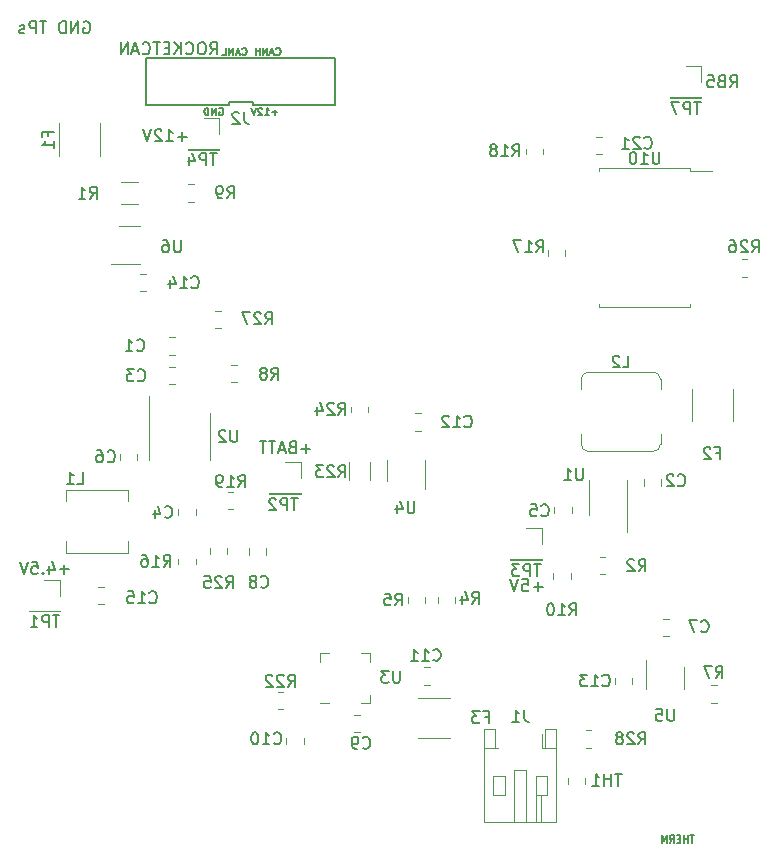
<source format=gbr>
%TF.GenerationSoftware,KiCad,Pcbnew,(6.0.9-0)*%
%TF.CreationDate,2022-12-17T09:56:30-08:00*%
%TF.ProjectId,GrandPapa_Board,4772616e-6450-4617-9061-5f426f617264,rev?*%
%TF.SameCoordinates,Original*%
%TF.FileFunction,Legend,Bot*%
%TF.FilePolarity,Positive*%
%FSLAX46Y46*%
G04 Gerber Fmt 4.6, Leading zero omitted, Abs format (unit mm)*
G04 Created by KiCad (PCBNEW (6.0.9-0)) date 2022-12-17 09:56:30*
%MOMM*%
%LPD*%
G01*
G04 APERTURE LIST*
%ADD10C,0.150000*%
%ADD11C,0.120000*%
G04 APERTURE END LIST*
D10*
X146623000Y-64146085D02*
X146651571Y-64174657D01*
X146737285Y-64203228D01*
X146794428Y-64203228D01*
X146880142Y-64174657D01*
X146937285Y-64117514D01*
X146965857Y-64060371D01*
X146994428Y-63946085D01*
X146994428Y-63860371D01*
X146965857Y-63746085D01*
X146937285Y-63688942D01*
X146880142Y-63631800D01*
X146794428Y-63603228D01*
X146737285Y-63603228D01*
X146651571Y-63631800D01*
X146623000Y-63660371D01*
X146394428Y-64031800D02*
X146108714Y-64031800D01*
X146451571Y-64203228D02*
X146251571Y-63603228D01*
X146051571Y-64203228D01*
X145851571Y-64203228D02*
X145851571Y-63603228D01*
X145508714Y-64203228D01*
X145508714Y-63603228D01*
X145223000Y-64203228D02*
X145223000Y-63603228D01*
X145223000Y-63888942D02*
X144880142Y-63888942D01*
X144880142Y-64203228D02*
X144880142Y-63603228D01*
X185061119Y-66924180D02*
X185394452Y-66447990D01*
X185632547Y-66924180D02*
X185632547Y-65924180D01*
X185251595Y-65924180D01*
X185156357Y-65971800D01*
X185108738Y-66019419D01*
X185061119Y-66114657D01*
X185061119Y-66257514D01*
X185108738Y-66352752D01*
X185156357Y-66400371D01*
X185251595Y-66447990D01*
X185632547Y-66447990D01*
X184299214Y-66400371D02*
X184156357Y-66447990D01*
X184108738Y-66495609D01*
X184061119Y-66590847D01*
X184061119Y-66733704D01*
X184108738Y-66828942D01*
X184156357Y-66876561D01*
X184251595Y-66924180D01*
X184632547Y-66924180D01*
X184632547Y-65924180D01*
X184299214Y-65924180D01*
X184203976Y-65971800D01*
X184156357Y-66019419D01*
X184108738Y-66114657D01*
X184108738Y-66209895D01*
X184156357Y-66305133D01*
X184203976Y-66352752D01*
X184299214Y-66400371D01*
X184632547Y-66400371D01*
X183156357Y-65924180D02*
X183632547Y-65924180D01*
X183680166Y-66400371D01*
X183632547Y-66352752D01*
X183537309Y-66305133D01*
X183299214Y-66305133D01*
X183203976Y-66352752D01*
X183156357Y-66400371D01*
X183108738Y-66495609D01*
X183108738Y-66733704D01*
X183156357Y-66828942D01*
X183203976Y-66876561D01*
X183299214Y-66924180D01*
X183537309Y-66924180D01*
X183632547Y-66876561D01*
X183680166Y-66828942D01*
X139048904Y-71115228D02*
X138287000Y-71115228D01*
X138667952Y-71496180D02*
X138667952Y-70734276D01*
X137287000Y-71496180D02*
X137858428Y-71496180D01*
X137572714Y-71496180D02*
X137572714Y-70496180D01*
X137667952Y-70639038D01*
X137763190Y-70734276D01*
X137858428Y-70781895D01*
X136906047Y-70591419D02*
X136858428Y-70543800D01*
X136763190Y-70496180D01*
X136525095Y-70496180D01*
X136429857Y-70543800D01*
X136382238Y-70591419D01*
X136334619Y-70686657D01*
X136334619Y-70781895D01*
X136382238Y-70924752D01*
X136953666Y-71496180D01*
X136334619Y-71496180D01*
X136048904Y-70496180D02*
X135715571Y-71496180D01*
X135382238Y-70496180D01*
X182009598Y-130275895D02*
X181666740Y-130275895D01*
X181838169Y-130875895D02*
X181838169Y-130275895D01*
X181466740Y-130875895D02*
X181466740Y-130275895D01*
X181466740Y-130561609D02*
X181123883Y-130561609D01*
X181123883Y-130875895D02*
X181123883Y-130275895D01*
X180838169Y-130561609D02*
X180638169Y-130561609D01*
X180552455Y-130875895D02*
X180838169Y-130875895D01*
X180838169Y-130275895D01*
X180552455Y-130275895D01*
X179952455Y-130875895D02*
X180152455Y-130590181D01*
X180295312Y-130875895D02*
X180295312Y-130275895D01*
X180066740Y-130275895D01*
X180009598Y-130304467D01*
X179981026Y-130333038D01*
X179952455Y-130390181D01*
X179952455Y-130475895D01*
X179981026Y-130533038D01*
X180009598Y-130561609D01*
X180066740Y-130590181D01*
X180295312Y-130590181D01*
X179695312Y-130875895D02*
X179695312Y-130275895D01*
X179495312Y-130704467D01*
X179295312Y-130275895D01*
X179295312Y-130875895D01*
X141808142Y-68711800D02*
X141865285Y-68683228D01*
X141951000Y-68683228D01*
X142036714Y-68711800D01*
X142093857Y-68768942D01*
X142122428Y-68826085D01*
X142151000Y-68940371D01*
X142151000Y-69026085D01*
X142122428Y-69140371D01*
X142093857Y-69197514D01*
X142036714Y-69254657D01*
X141951000Y-69283228D01*
X141893857Y-69283228D01*
X141808142Y-69254657D01*
X141779571Y-69226085D01*
X141779571Y-69026085D01*
X141893857Y-69026085D01*
X141522428Y-69283228D02*
X141522428Y-68683228D01*
X141179571Y-69283228D01*
X141179571Y-68683228D01*
X140893857Y-69283228D02*
X140893857Y-68683228D01*
X140751000Y-68683228D01*
X140665285Y-68711800D01*
X140608142Y-68768942D01*
X140579571Y-68826085D01*
X140551000Y-68940371D01*
X140551000Y-69026085D01*
X140579571Y-69140371D01*
X140608142Y-69197514D01*
X140665285Y-69254657D01*
X140751000Y-69283228D01*
X140893857Y-69283228D01*
X146726142Y-69054657D02*
X146269000Y-69054657D01*
X146497571Y-69283228D02*
X146497571Y-68826085D01*
X145669000Y-69283228D02*
X146011857Y-69283228D01*
X145840428Y-69283228D02*
X145840428Y-68683228D01*
X145897571Y-68768942D01*
X145954714Y-68826085D01*
X146011857Y-68854657D01*
X145440428Y-68740371D02*
X145411857Y-68711800D01*
X145354714Y-68683228D01*
X145211857Y-68683228D01*
X145154714Y-68711800D01*
X145126142Y-68740371D01*
X145097571Y-68797514D01*
X145097571Y-68854657D01*
X145126142Y-68940371D01*
X145469000Y-69283228D01*
X145097571Y-69283228D01*
X144926142Y-68683228D02*
X144726142Y-69283228D01*
X144526142Y-68683228D01*
X169179714Y-109215228D02*
X168417809Y-109215228D01*
X168798761Y-109596180D02*
X168798761Y-108834276D01*
X167465428Y-108596180D02*
X167941619Y-108596180D01*
X167989238Y-109072371D01*
X167941619Y-109024752D01*
X167846380Y-108977133D01*
X167608285Y-108977133D01*
X167513047Y-109024752D01*
X167465428Y-109072371D01*
X167417809Y-109167609D01*
X167417809Y-109405704D01*
X167465428Y-109500942D01*
X167513047Y-109548561D01*
X167608285Y-109596180D01*
X167846380Y-109596180D01*
X167941619Y-109548561D01*
X167989238Y-109500942D01*
X167132095Y-108596180D02*
X166798761Y-109596180D01*
X166465428Y-108596180D01*
X129076200Y-107742028D02*
X128314295Y-107742028D01*
X128695247Y-108122980D02*
X128695247Y-107361076D01*
X127409533Y-107456314D02*
X127409533Y-108122980D01*
X127647628Y-107075361D02*
X127885723Y-107789647D01*
X127266676Y-107789647D01*
X126885723Y-108027742D02*
X126838104Y-108075361D01*
X126885723Y-108122980D01*
X126933342Y-108075361D01*
X126885723Y-108027742D01*
X126885723Y-108122980D01*
X125933342Y-107122980D02*
X126409533Y-107122980D01*
X126457152Y-107599171D01*
X126409533Y-107551552D01*
X126314295Y-107503933D01*
X126076200Y-107503933D01*
X125980961Y-107551552D01*
X125933342Y-107599171D01*
X125885723Y-107694409D01*
X125885723Y-107932504D01*
X125933342Y-108027742D01*
X125980961Y-108075361D01*
X126076200Y-108122980D01*
X126314295Y-108122980D01*
X126409533Y-108075361D01*
X126457152Y-108027742D01*
X125600009Y-107122980D02*
X125266676Y-108122980D01*
X124933342Y-107122980D01*
X130317571Y-61399800D02*
X130412809Y-61352180D01*
X130555666Y-61352180D01*
X130698523Y-61399800D01*
X130793761Y-61495038D01*
X130841380Y-61590276D01*
X130889000Y-61780752D01*
X130889000Y-61923609D01*
X130841380Y-62114085D01*
X130793761Y-62209323D01*
X130698523Y-62304561D01*
X130555666Y-62352180D01*
X130460428Y-62352180D01*
X130317571Y-62304561D01*
X130269952Y-62256942D01*
X130269952Y-61923609D01*
X130460428Y-61923609D01*
X129841380Y-62352180D02*
X129841380Y-61352180D01*
X129269952Y-62352180D01*
X129269952Y-61352180D01*
X128793761Y-62352180D02*
X128793761Y-61352180D01*
X128555666Y-61352180D01*
X128412809Y-61399800D01*
X128317571Y-61495038D01*
X128269952Y-61590276D01*
X128222333Y-61780752D01*
X128222333Y-61923609D01*
X128269952Y-62114085D01*
X128317571Y-62209323D01*
X128412809Y-62304561D01*
X128555666Y-62352180D01*
X128793761Y-62352180D01*
X127174714Y-61352180D02*
X126603285Y-61352180D01*
X126889000Y-62352180D02*
X126889000Y-61352180D01*
X126269952Y-62352180D02*
X126269952Y-61352180D01*
X125889000Y-61352180D01*
X125793761Y-61399800D01*
X125746142Y-61447419D01*
X125698523Y-61542657D01*
X125698523Y-61685514D01*
X125746142Y-61780752D01*
X125793761Y-61828371D01*
X125889000Y-61875990D01*
X126269952Y-61875990D01*
X125317571Y-62304561D02*
X125222333Y-62352180D01*
X125031857Y-62352180D01*
X124936619Y-62304561D01*
X124889000Y-62209323D01*
X124889000Y-62161704D01*
X124936619Y-62066466D01*
X125031857Y-62018847D01*
X125174714Y-62018847D01*
X125269952Y-61971228D01*
X125317571Y-61875990D01*
X125317571Y-61828371D01*
X125269952Y-61733133D01*
X125174714Y-61685514D01*
X125031857Y-61685514D01*
X124936619Y-61733133D01*
X143757571Y-64146085D02*
X143786142Y-64174657D01*
X143871857Y-64203228D01*
X143929000Y-64203228D01*
X144014714Y-64174657D01*
X144071857Y-64117514D01*
X144100428Y-64060371D01*
X144129000Y-63946085D01*
X144129000Y-63860371D01*
X144100428Y-63746085D01*
X144071857Y-63688942D01*
X144014714Y-63631800D01*
X143929000Y-63603228D01*
X143871857Y-63603228D01*
X143786142Y-63631800D01*
X143757571Y-63660371D01*
X143529000Y-64031800D02*
X143243285Y-64031800D01*
X143586142Y-64203228D02*
X143386142Y-63603228D01*
X143186142Y-64203228D01*
X142986142Y-64203228D02*
X142986142Y-63603228D01*
X142643285Y-64203228D01*
X142643285Y-63603228D01*
X142071857Y-64203228D02*
X142357571Y-64203228D01*
X142357571Y-63603228D01*
X141041000Y-64130180D02*
X141374333Y-63653990D01*
X141612428Y-64130180D02*
X141612428Y-63130180D01*
X141231476Y-63130180D01*
X141136238Y-63177800D01*
X141088619Y-63225419D01*
X141041000Y-63320657D01*
X141041000Y-63463514D01*
X141088619Y-63558752D01*
X141136238Y-63606371D01*
X141231476Y-63653990D01*
X141612428Y-63653990D01*
X140421952Y-63130180D02*
X140231476Y-63130180D01*
X140136238Y-63177800D01*
X140041000Y-63273038D01*
X139993380Y-63463514D01*
X139993380Y-63796847D01*
X140041000Y-63987323D01*
X140136238Y-64082561D01*
X140231476Y-64130180D01*
X140421952Y-64130180D01*
X140517190Y-64082561D01*
X140612428Y-63987323D01*
X140660047Y-63796847D01*
X140660047Y-63463514D01*
X140612428Y-63273038D01*
X140517190Y-63177800D01*
X140421952Y-63130180D01*
X138993380Y-64034942D02*
X139041000Y-64082561D01*
X139183857Y-64130180D01*
X139279095Y-64130180D01*
X139421952Y-64082561D01*
X139517190Y-63987323D01*
X139564809Y-63892085D01*
X139612428Y-63701609D01*
X139612428Y-63558752D01*
X139564809Y-63368276D01*
X139517190Y-63273038D01*
X139421952Y-63177800D01*
X139279095Y-63130180D01*
X139183857Y-63130180D01*
X139041000Y-63177800D01*
X138993380Y-63225419D01*
X138564809Y-64130180D02*
X138564809Y-63130180D01*
X137993380Y-64130180D02*
X138421952Y-63558752D01*
X137993380Y-63130180D02*
X138564809Y-63701609D01*
X137564809Y-63606371D02*
X137231476Y-63606371D01*
X137088619Y-64130180D02*
X137564809Y-64130180D01*
X137564809Y-63130180D01*
X137088619Y-63130180D01*
X136802904Y-63130180D02*
X136231476Y-63130180D01*
X136517190Y-64130180D02*
X136517190Y-63130180D01*
X135326714Y-64034942D02*
X135374333Y-64082561D01*
X135517190Y-64130180D01*
X135612428Y-64130180D01*
X135755285Y-64082561D01*
X135850523Y-63987323D01*
X135898142Y-63892085D01*
X135945761Y-63701609D01*
X135945761Y-63558752D01*
X135898142Y-63368276D01*
X135850523Y-63273038D01*
X135755285Y-63177800D01*
X135612428Y-63130180D01*
X135517190Y-63130180D01*
X135374333Y-63177800D01*
X135326714Y-63225419D01*
X134945761Y-63844466D02*
X134469571Y-63844466D01*
X135041000Y-64130180D02*
X134707666Y-63130180D01*
X134374333Y-64130180D01*
X134041000Y-64130180D02*
X134041000Y-63130180D01*
X133469571Y-64130180D01*
X133469571Y-63130180D01*
X149518428Y-97531228D02*
X148756523Y-97531228D01*
X149137476Y-97912180D02*
X149137476Y-97150276D01*
X147947000Y-97388371D02*
X147804142Y-97435990D01*
X147756523Y-97483609D01*
X147708904Y-97578847D01*
X147708904Y-97721704D01*
X147756523Y-97816942D01*
X147804142Y-97864561D01*
X147899380Y-97912180D01*
X148280333Y-97912180D01*
X148280333Y-96912180D01*
X147947000Y-96912180D01*
X147851761Y-96959800D01*
X147804142Y-97007419D01*
X147756523Y-97102657D01*
X147756523Y-97197895D01*
X147804142Y-97293133D01*
X147851761Y-97340752D01*
X147947000Y-97388371D01*
X148280333Y-97388371D01*
X147327952Y-97626466D02*
X146851761Y-97626466D01*
X147423190Y-97912180D02*
X147089857Y-96912180D01*
X146756523Y-97912180D01*
X146566047Y-96912180D02*
X145994619Y-96912180D01*
X146280333Y-97912180D02*
X146280333Y-96912180D01*
X145804142Y-96912180D02*
X145232714Y-96912180D01*
X145518428Y-97912180D02*
X145518428Y-96912180D01*
%TO.C,C2*%
X180633666Y-100610942D02*
X180681285Y-100658561D01*
X180824142Y-100706180D01*
X180919380Y-100706180D01*
X181062238Y-100658561D01*
X181157476Y-100563323D01*
X181205095Y-100468085D01*
X181252714Y-100277609D01*
X181252714Y-100134752D01*
X181205095Y-99944276D01*
X181157476Y-99849038D01*
X181062238Y-99753800D01*
X180919380Y-99706180D01*
X180824142Y-99706180D01*
X180681285Y-99753800D01*
X180633666Y-99801419D01*
X180252714Y-99801419D02*
X180205095Y-99753800D01*
X180109857Y-99706180D01*
X179871761Y-99706180D01*
X179776523Y-99753800D01*
X179728904Y-99801419D01*
X179681285Y-99896657D01*
X179681285Y-99991895D01*
X179728904Y-100134752D01*
X180300333Y-100706180D01*
X179681285Y-100706180D01*
%TO.C,R16*%
X137106857Y-107524180D02*
X137440190Y-107047990D01*
X137678285Y-107524180D02*
X137678285Y-106524180D01*
X137297333Y-106524180D01*
X137202095Y-106571800D01*
X137154476Y-106619419D01*
X137106857Y-106714657D01*
X137106857Y-106857514D01*
X137154476Y-106952752D01*
X137202095Y-107000371D01*
X137297333Y-107047990D01*
X137678285Y-107047990D01*
X136154476Y-107524180D02*
X136725904Y-107524180D01*
X136440190Y-107524180D02*
X136440190Y-106524180D01*
X136535428Y-106667038D01*
X136630666Y-106762276D01*
X136725904Y-106809895D01*
X135297333Y-106524180D02*
X135487809Y-106524180D01*
X135583047Y-106571800D01*
X135630666Y-106619419D01*
X135725904Y-106762276D01*
X135773523Y-106952752D01*
X135773523Y-107333704D01*
X135725904Y-107428942D01*
X135678285Y-107476561D01*
X135583047Y-107524180D01*
X135392571Y-107524180D01*
X135297333Y-107476561D01*
X135249714Y-107428942D01*
X135202095Y-107333704D01*
X135202095Y-107095609D01*
X135249714Y-107000371D01*
X135297333Y-106952752D01*
X135392571Y-106905133D01*
X135583047Y-106905133D01*
X135678285Y-106952752D01*
X135725904Y-107000371D01*
X135773523Y-107095609D01*
%TO.C,U3*%
X157098904Y-116343180D02*
X157098904Y-117152704D01*
X157051285Y-117247942D01*
X157003666Y-117295561D01*
X156908428Y-117343180D01*
X156717952Y-117343180D01*
X156622714Y-117295561D01*
X156575095Y-117247942D01*
X156527476Y-117152704D01*
X156527476Y-116343180D01*
X156146523Y-116343180D02*
X155527476Y-116343180D01*
X155860809Y-116724133D01*
X155717952Y-116724133D01*
X155622714Y-116771752D01*
X155575095Y-116819371D01*
X155527476Y-116914609D01*
X155527476Y-117152704D01*
X155575095Y-117247942D01*
X155622714Y-117295561D01*
X155717952Y-117343180D01*
X156003666Y-117343180D01*
X156098904Y-117295561D01*
X156146523Y-117247942D01*
%TO.C,C8*%
X145330666Y-109203942D02*
X145378285Y-109251561D01*
X145521142Y-109299180D01*
X145616380Y-109299180D01*
X145759238Y-109251561D01*
X145854476Y-109156323D01*
X145902095Y-109061085D01*
X145949714Y-108870609D01*
X145949714Y-108727752D01*
X145902095Y-108537276D01*
X145854476Y-108442038D01*
X145759238Y-108346800D01*
X145616380Y-108299180D01*
X145521142Y-108299180D01*
X145378285Y-108346800D01*
X145330666Y-108394419D01*
X144759238Y-108727752D02*
X144854476Y-108680133D01*
X144902095Y-108632514D01*
X144949714Y-108537276D01*
X144949714Y-108489657D01*
X144902095Y-108394419D01*
X144854476Y-108346800D01*
X144759238Y-108299180D01*
X144568761Y-108299180D01*
X144473523Y-108346800D01*
X144425904Y-108394419D01*
X144378285Y-108489657D01*
X144378285Y-108537276D01*
X144425904Y-108632514D01*
X144473523Y-108680133D01*
X144568761Y-108727752D01*
X144759238Y-108727752D01*
X144854476Y-108775371D01*
X144902095Y-108822990D01*
X144949714Y-108918228D01*
X144949714Y-109108704D01*
X144902095Y-109203942D01*
X144854476Y-109251561D01*
X144759238Y-109299180D01*
X144568761Y-109299180D01*
X144473523Y-109251561D01*
X144425904Y-109203942D01*
X144378285Y-109108704D01*
X144378285Y-108918228D01*
X144425904Y-108822990D01*
X144473523Y-108775371D01*
X144568761Y-108727752D01*
%TO.C,R18*%
X166631857Y-72766180D02*
X166965190Y-72289990D01*
X167203285Y-72766180D02*
X167203285Y-71766180D01*
X166822333Y-71766180D01*
X166727095Y-71813800D01*
X166679476Y-71861419D01*
X166631857Y-71956657D01*
X166631857Y-72099514D01*
X166679476Y-72194752D01*
X166727095Y-72242371D01*
X166822333Y-72289990D01*
X167203285Y-72289990D01*
X165679476Y-72766180D02*
X166250904Y-72766180D01*
X165965190Y-72766180D02*
X165965190Y-71766180D01*
X166060428Y-71909038D01*
X166155666Y-72004276D01*
X166250904Y-72051895D01*
X165108047Y-72194752D02*
X165203285Y-72147133D01*
X165250904Y-72099514D01*
X165298523Y-72004276D01*
X165298523Y-71956657D01*
X165250904Y-71861419D01*
X165203285Y-71813800D01*
X165108047Y-71766180D01*
X164917571Y-71766180D01*
X164822333Y-71813800D01*
X164774714Y-71861419D01*
X164727095Y-71956657D01*
X164727095Y-72004276D01*
X164774714Y-72099514D01*
X164822333Y-72147133D01*
X164917571Y-72194752D01*
X165108047Y-72194752D01*
X165203285Y-72242371D01*
X165250904Y-72289990D01*
X165298523Y-72385228D01*
X165298523Y-72575704D01*
X165250904Y-72670942D01*
X165203285Y-72718561D01*
X165108047Y-72766180D01*
X164917571Y-72766180D01*
X164822333Y-72718561D01*
X164774714Y-72670942D01*
X164727095Y-72575704D01*
X164727095Y-72385228D01*
X164774714Y-72289990D01*
X164822333Y-72242371D01*
X164917571Y-72194752D01*
%TO.C,U1*%
X172592904Y-99198180D02*
X172592904Y-100007704D01*
X172545285Y-100102942D01*
X172497666Y-100150561D01*
X172402428Y-100198180D01*
X172211952Y-100198180D01*
X172116714Y-100150561D01*
X172069095Y-100102942D01*
X172021476Y-100007704D01*
X172021476Y-99198180D01*
X171021476Y-100198180D02*
X171592904Y-100198180D01*
X171307190Y-100198180D02*
X171307190Y-99198180D01*
X171402428Y-99341038D01*
X171497666Y-99436276D01*
X171592904Y-99483895D01*
%TO.C,R1*%
X130849666Y-76362380D02*
X131183000Y-75886190D01*
X131421095Y-76362380D02*
X131421095Y-75362380D01*
X131040142Y-75362380D01*
X130944904Y-75410000D01*
X130897285Y-75457619D01*
X130849666Y-75552857D01*
X130849666Y-75695714D01*
X130897285Y-75790952D01*
X130944904Y-75838571D01*
X131040142Y-75886190D01*
X131421095Y-75886190D01*
X129897285Y-76362380D02*
X130468714Y-76362380D01*
X130183000Y-76362380D02*
X130183000Y-75362380D01*
X130278238Y-75505238D01*
X130373476Y-75600476D01*
X130468714Y-75648095D01*
%TO.C,TP1*%
X128261904Y-111644180D02*
X127690476Y-111644180D01*
X127976190Y-112644180D02*
X127976190Y-111644180D01*
X127357142Y-112644180D02*
X127357142Y-111644180D01*
X126976190Y-111644180D01*
X126880952Y-111691800D01*
X126833333Y-111739419D01*
X126785714Y-111834657D01*
X126785714Y-111977514D01*
X126833333Y-112072752D01*
X126880952Y-112120371D01*
X126976190Y-112167990D01*
X127357142Y-112167990D01*
X125833333Y-112644180D02*
X126404761Y-112644180D01*
X126119047Y-112644180D02*
X126119047Y-111644180D01*
X126214285Y-111787038D01*
X126309523Y-111882276D01*
X126404761Y-111929895D01*
%TO.C,R8*%
X146223366Y-91672580D02*
X146556700Y-91196390D01*
X146794795Y-91672580D02*
X146794795Y-90672580D01*
X146413842Y-90672580D01*
X146318604Y-90720200D01*
X146270985Y-90767819D01*
X146223366Y-90863057D01*
X146223366Y-91005914D01*
X146270985Y-91101152D01*
X146318604Y-91148771D01*
X146413842Y-91196390D01*
X146794795Y-91196390D01*
X145651938Y-91101152D02*
X145747176Y-91053533D01*
X145794795Y-91005914D01*
X145842414Y-90910676D01*
X145842414Y-90863057D01*
X145794795Y-90767819D01*
X145747176Y-90720200D01*
X145651938Y-90672580D01*
X145461461Y-90672580D01*
X145366223Y-90720200D01*
X145318604Y-90767819D01*
X145270985Y-90863057D01*
X145270985Y-90910676D01*
X145318604Y-91005914D01*
X145366223Y-91053533D01*
X145461461Y-91101152D01*
X145651938Y-91101152D01*
X145747176Y-91148771D01*
X145794795Y-91196390D01*
X145842414Y-91291628D01*
X145842414Y-91482104D01*
X145794795Y-91577342D01*
X145747176Y-91624961D01*
X145651938Y-91672580D01*
X145461461Y-91672580D01*
X145366223Y-91624961D01*
X145318604Y-91577342D01*
X145270985Y-91482104D01*
X145270985Y-91291628D01*
X145318604Y-91196390D01*
X145366223Y-91148771D01*
X145461461Y-91101152D01*
%TO.C,TP2*%
X148454904Y-101738180D02*
X147883476Y-101738180D01*
X148169190Y-102738180D02*
X148169190Y-101738180D01*
X147550142Y-102738180D02*
X147550142Y-101738180D01*
X147169190Y-101738180D01*
X147073952Y-101785800D01*
X147026333Y-101833419D01*
X146978714Y-101928657D01*
X146978714Y-102071514D01*
X147026333Y-102166752D01*
X147073952Y-102214371D01*
X147169190Y-102261990D01*
X147550142Y-102261990D01*
X146597761Y-101833419D02*
X146550142Y-101785800D01*
X146454904Y-101738180D01*
X146216809Y-101738180D01*
X146121571Y-101785800D01*
X146073952Y-101833419D01*
X146026333Y-101928657D01*
X146026333Y-102023895D01*
X146073952Y-102166752D01*
X146645380Y-102738180D01*
X146026333Y-102738180D01*
%TO.C,C12*%
X162567857Y-95628942D02*
X162615476Y-95676561D01*
X162758333Y-95724180D01*
X162853571Y-95724180D01*
X162996428Y-95676561D01*
X163091666Y-95581323D01*
X163139285Y-95486085D01*
X163186904Y-95295609D01*
X163186904Y-95152752D01*
X163139285Y-94962276D01*
X163091666Y-94867038D01*
X162996428Y-94771800D01*
X162853571Y-94724180D01*
X162758333Y-94724180D01*
X162615476Y-94771800D01*
X162567857Y-94819419D01*
X161615476Y-95724180D02*
X162186904Y-95724180D01*
X161901190Y-95724180D02*
X161901190Y-94724180D01*
X161996428Y-94867038D01*
X162091666Y-94962276D01*
X162186904Y-95009895D01*
X161234523Y-94819419D02*
X161186904Y-94771800D01*
X161091666Y-94724180D01*
X160853571Y-94724180D01*
X160758333Y-94771800D01*
X160710714Y-94819419D01*
X160663095Y-94914657D01*
X160663095Y-95009895D01*
X160710714Y-95152752D01*
X161282142Y-95724180D01*
X160663095Y-95724180D01*
%TO.C,C11*%
X159928374Y-115408678D02*
X159975993Y-115456297D01*
X160118850Y-115503916D01*
X160214088Y-115503916D01*
X160356945Y-115456297D01*
X160452183Y-115361059D01*
X160499802Y-115265821D01*
X160547421Y-115075345D01*
X160547421Y-114932488D01*
X160499802Y-114742012D01*
X160452183Y-114646774D01*
X160356945Y-114551536D01*
X160214088Y-114503916D01*
X160118850Y-114503916D01*
X159975993Y-114551536D01*
X159928374Y-114599155D01*
X158975993Y-115503916D02*
X159547421Y-115503916D01*
X159261707Y-115503916D02*
X159261707Y-114503916D01*
X159356945Y-114646774D01*
X159452183Y-114742012D01*
X159547421Y-114789631D01*
X158023612Y-115503916D02*
X158595040Y-115503916D01*
X158309326Y-115503916D02*
X158309326Y-114503916D01*
X158404564Y-114646774D01*
X158499802Y-114742012D01*
X158595040Y-114789631D01*
%TO.C,U2*%
X143323604Y-95949180D02*
X143323604Y-96758704D01*
X143275985Y-96853942D01*
X143228366Y-96901561D01*
X143133128Y-96949180D01*
X142942652Y-96949180D01*
X142847414Y-96901561D01*
X142799795Y-96853942D01*
X142752176Y-96758704D01*
X142752176Y-95949180D01*
X142323604Y-96044419D02*
X142275985Y-95996800D01*
X142180747Y-95949180D01*
X141942652Y-95949180D01*
X141847414Y-95996800D01*
X141799795Y-96044419D01*
X141752176Y-96139657D01*
X141752176Y-96234895D01*
X141799795Y-96377752D01*
X142371223Y-96949180D01*
X141752176Y-96949180D01*
%TO.C,C6*%
X132349866Y-98578942D02*
X132397485Y-98626561D01*
X132540342Y-98674180D01*
X132635580Y-98674180D01*
X132778438Y-98626561D01*
X132873676Y-98531323D01*
X132921295Y-98436085D01*
X132968914Y-98245609D01*
X132968914Y-98102752D01*
X132921295Y-97912276D01*
X132873676Y-97817038D01*
X132778438Y-97721800D01*
X132635580Y-97674180D01*
X132540342Y-97674180D01*
X132397485Y-97721800D01*
X132349866Y-97769419D01*
X131492723Y-97674180D02*
X131683200Y-97674180D01*
X131778438Y-97721800D01*
X131826057Y-97769419D01*
X131921295Y-97912276D01*
X131968914Y-98102752D01*
X131968914Y-98483704D01*
X131921295Y-98578942D01*
X131873676Y-98626561D01*
X131778438Y-98674180D01*
X131587961Y-98674180D01*
X131492723Y-98626561D01*
X131445104Y-98578942D01*
X131397485Y-98483704D01*
X131397485Y-98245609D01*
X131445104Y-98150371D01*
X131492723Y-98102752D01*
X131587961Y-98055133D01*
X131778438Y-98055133D01*
X131873676Y-98102752D01*
X131921295Y-98150371D01*
X131968914Y-98245609D01*
%TO.C,R24*%
X151899857Y-94649180D02*
X152233190Y-94172990D01*
X152471285Y-94649180D02*
X152471285Y-93649180D01*
X152090333Y-93649180D01*
X151995095Y-93696800D01*
X151947476Y-93744419D01*
X151899857Y-93839657D01*
X151899857Y-93982514D01*
X151947476Y-94077752D01*
X151995095Y-94125371D01*
X152090333Y-94172990D01*
X152471285Y-94172990D01*
X151518904Y-93744419D02*
X151471285Y-93696800D01*
X151376047Y-93649180D01*
X151137952Y-93649180D01*
X151042714Y-93696800D01*
X150995095Y-93744419D01*
X150947476Y-93839657D01*
X150947476Y-93934895D01*
X150995095Y-94077752D01*
X151566523Y-94649180D01*
X150947476Y-94649180D01*
X150090333Y-93982514D02*
X150090333Y-94649180D01*
X150328428Y-93601561D02*
X150566523Y-94315847D01*
X149947476Y-94315847D01*
%TO.C,C4*%
X137199666Y-103306010D02*
X137247285Y-103353629D01*
X137390142Y-103401248D01*
X137485380Y-103401248D01*
X137628238Y-103353629D01*
X137723476Y-103258391D01*
X137771095Y-103163153D01*
X137818714Y-102972677D01*
X137818714Y-102829820D01*
X137771095Y-102639344D01*
X137723476Y-102544106D01*
X137628238Y-102448868D01*
X137485380Y-102401248D01*
X137390142Y-102401248D01*
X137247285Y-102448868D01*
X137199666Y-102496487D01*
X136342523Y-102734582D02*
X136342523Y-103401248D01*
X136580619Y-102353629D02*
X136818714Y-103067915D01*
X136199666Y-103067915D01*
%TO.C,F1*%
X127267571Y-71038466D02*
X127267571Y-70705133D01*
X127791380Y-70705133D02*
X126791380Y-70705133D01*
X126791380Y-71181323D01*
X127791380Y-72086085D02*
X127791380Y-71514657D01*
X127791380Y-71800371D02*
X126791380Y-71800371D01*
X126934238Y-71705133D01*
X127029476Y-71609895D01*
X127077095Y-71514657D01*
%TO.C,F2*%
X183872333Y-97900371D02*
X184205666Y-97900371D01*
X184205666Y-98424180D02*
X184205666Y-97424180D01*
X183729476Y-97424180D01*
X183396142Y-97519419D02*
X183348523Y-97471800D01*
X183253285Y-97424180D01*
X183015190Y-97424180D01*
X182919952Y-97471800D01*
X182872333Y-97519419D01*
X182824714Y-97614657D01*
X182824714Y-97709895D01*
X182872333Y-97852752D01*
X183443761Y-98424180D01*
X182824714Y-98424180D01*
%TO.C,C1*%
X134839962Y-89173103D02*
X134887581Y-89220722D01*
X135030438Y-89268341D01*
X135125676Y-89268341D01*
X135268534Y-89220722D01*
X135363772Y-89125484D01*
X135411391Y-89030246D01*
X135459010Y-88839770D01*
X135459010Y-88696913D01*
X135411391Y-88506437D01*
X135363772Y-88411199D01*
X135268534Y-88315961D01*
X135125676Y-88268341D01*
X135030438Y-88268341D01*
X134887581Y-88315961D01*
X134839962Y-88363580D01*
X133887581Y-89268341D02*
X134459010Y-89268341D01*
X134173296Y-89268341D02*
X134173296Y-88268341D01*
X134268534Y-88411199D01*
X134363772Y-88506437D01*
X134459010Y-88554056D01*
%TO.C,R10*%
X171457857Y-111628180D02*
X171791190Y-111151990D01*
X172029285Y-111628180D02*
X172029285Y-110628180D01*
X171648333Y-110628180D01*
X171553095Y-110675800D01*
X171505476Y-110723419D01*
X171457857Y-110818657D01*
X171457857Y-110961514D01*
X171505476Y-111056752D01*
X171553095Y-111104371D01*
X171648333Y-111151990D01*
X172029285Y-111151990D01*
X170505476Y-111628180D02*
X171076904Y-111628180D01*
X170791190Y-111628180D02*
X170791190Y-110628180D01*
X170886428Y-110771038D01*
X170981666Y-110866276D01*
X171076904Y-110913895D01*
X169886428Y-110628180D02*
X169791190Y-110628180D01*
X169695952Y-110675800D01*
X169648333Y-110723419D01*
X169600714Y-110818657D01*
X169553095Y-111009133D01*
X169553095Y-111247228D01*
X169600714Y-111437704D01*
X169648333Y-111532942D01*
X169695952Y-111580561D01*
X169791190Y-111628180D01*
X169886428Y-111628180D01*
X169981666Y-111580561D01*
X170029285Y-111532942D01*
X170076904Y-111437704D01*
X170124523Y-111247228D01*
X170124523Y-111009133D01*
X170076904Y-110818657D01*
X170029285Y-110723419D01*
X169981666Y-110675800D01*
X169886428Y-110628180D01*
%TO.C,R5*%
X156705666Y-110799180D02*
X157039000Y-110322990D01*
X157277095Y-110799180D02*
X157277095Y-109799180D01*
X156896142Y-109799180D01*
X156800904Y-109846800D01*
X156753285Y-109894419D01*
X156705666Y-109989657D01*
X156705666Y-110132514D01*
X156753285Y-110227752D01*
X156800904Y-110275371D01*
X156896142Y-110322990D01*
X157277095Y-110322990D01*
X155800904Y-109799180D02*
X156277095Y-109799180D01*
X156324714Y-110275371D01*
X156277095Y-110227752D01*
X156181857Y-110180133D01*
X155943761Y-110180133D01*
X155848523Y-110227752D01*
X155800904Y-110275371D01*
X155753285Y-110370609D01*
X155753285Y-110608704D01*
X155800904Y-110703942D01*
X155848523Y-110751561D01*
X155943761Y-110799180D01*
X156181857Y-110799180D01*
X156277095Y-110751561D01*
X156324714Y-110703942D01*
%TO.C,R28*%
X177299857Y-122550180D02*
X177633190Y-122073990D01*
X177871285Y-122550180D02*
X177871285Y-121550180D01*
X177490333Y-121550180D01*
X177395095Y-121597800D01*
X177347476Y-121645419D01*
X177299857Y-121740657D01*
X177299857Y-121883514D01*
X177347476Y-121978752D01*
X177395095Y-122026371D01*
X177490333Y-122073990D01*
X177871285Y-122073990D01*
X176918904Y-121645419D02*
X176871285Y-121597800D01*
X176776047Y-121550180D01*
X176537952Y-121550180D01*
X176442714Y-121597800D01*
X176395095Y-121645419D01*
X176347476Y-121740657D01*
X176347476Y-121835895D01*
X176395095Y-121978752D01*
X176966523Y-122550180D01*
X176347476Y-122550180D01*
X175776047Y-121978752D02*
X175871285Y-121931133D01*
X175918904Y-121883514D01*
X175966523Y-121788276D01*
X175966523Y-121740657D01*
X175918904Y-121645419D01*
X175871285Y-121597800D01*
X175776047Y-121550180D01*
X175585571Y-121550180D01*
X175490333Y-121597800D01*
X175442714Y-121645419D01*
X175395095Y-121740657D01*
X175395095Y-121788276D01*
X175442714Y-121883514D01*
X175490333Y-121931133D01*
X175585571Y-121978752D01*
X175776047Y-121978752D01*
X175871285Y-122026371D01*
X175918904Y-122073990D01*
X175966523Y-122169228D01*
X175966523Y-122359704D01*
X175918904Y-122454942D01*
X175871285Y-122502561D01*
X175776047Y-122550180D01*
X175585571Y-122550180D01*
X175490333Y-122502561D01*
X175442714Y-122454942D01*
X175395095Y-122359704D01*
X175395095Y-122169228D01*
X175442714Y-122073990D01*
X175490333Y-122026371D01*
X175585571Y-121978752D01*
%TO.C,L2*%
X175975666Y-90654180D02*
X176451857Y-90654180D01*
X176451857Y-89654180D01*
X175689952Y-89749419D02*
X175642333Y-89701800D01*
X175547095Y-89654180D01*
X175309000Y-89654180D01*
X175213761Y-89701800D01*
X175166142Y-89749419D01*
X175118523Y-89844657D01*
X175118523Y-89939895D01*
X175166142Y-90082752D01*
X175737571Y-90654180D01*
X175118523Y-90654180D01*
%TO.C,L1*%
X129761666Y-100510180D02*
X130237857Y-100510180D01*
X130237857Y-99510180D01*
X128904523Y-100510180D02*
X129475952Y-100510180D01*
X129190238Y-100510180D02*
X129190238Y-99510180D01*
X129285476Y-99653038D01*
X129380714Y-99748276D01*
X129475952Y-99795895D01*
%TO.C,U5*%
X180325904Y-119574180D02*
X180325904Y-120383704D01*
X180278285Y-120478942D01*
X180230666Y-120526561D01*
X180135428Y-120574180D01*
X179944952Y-120574180D01*
X179849714Y-120526561D01*
X179802095Y-120478942D01*
X179754476Y-120383704D01*
X179754476Y-119574180D01*
X178802095Y-119574180D02*
X179278285Y-119574180D01*
X179325904Y-120050371D01*
X179278285Y-120002752D01*
X179183047Y-119955133D01*
X178944952Y-119955133D01*
X178849714Y-120002752D01*
X178802095Y-120050371D01*
X178754476Y-120145609D01*
X178754476Y-120383704D01*
X178802095Y-120478942D01*
X178849714Y-120526561D01*
X178944952Y-120574180D01*
X179183047Y-120574180D01*
X179278285Y-120526561D01*
X179325904Y-120478942D01*
%TO.C,C14*%
X139453857Y-83846942D02*
X139501476Y-83894561D01*
X139644333Y-83942180D01*
X139739571Y-83942180D01*
X139882428Y-83894561D01*
X139977666Y-83799323D01*
X140025285Y-83704085D01*
X140072904Y-83513609D01*
X140072904Y-83370752D01*
X140025285Y-83180276D01*
X139977666Y-83085038D01*
X139882428Y-82989800D01*
X139739571Y-82942180D01*
X139644333Y-82942180D01*
X139501476Y-82989800D01*
X139453857Y-83037419D01*
X138501476Y-83942180D02*
X139072904Y-83942180D01*
X138787190Y-83942180D02*
X138787190Y-82942180D01*
X138882428Y-83085038D01*
X138977666Y-83180276D01*
X139072904Y-83227895D01*
X137644333Y-83275514D02*
X137644333Y-83942180D01*
X137882428Y-82894561D02*
X138120523Y-83608847D01*
X137501476Y-83608847D01*
%TO.C,C3*%
X134913666Y-91720942D02*
X134961285Y-91768561D01*
X135104142Y-91816180D01*
X135199380Y-91816180D01*
X135342238Y-91768561D01*
X135437476Y-91673323D01*
X135485095Y-91578085D01*
X135532714Y-91387609D01*
X135532714Y-91244752D01*
X135485095Y-91054276D01*
X135437476Y-90959038D01*
X135342238Y-90863800D01*
X135199380Y-90816180D01*
X135104142Y-90816180D01*
X134961285Y-90863800D01*
X134913666Y-90911419D01*
X134580333Y-90816180D02*
X133961285Y-90816180D01*
X134294619Y-91197133D01*
X134151761Y-91197133D01*
X134056523Y-91244752D01*
X134008904Y-91292371D01*
X133961285Y-91387609D01*
X133961285Y-91625704D01*
X134008904Y-91720942D01*
X134056523Y-91768561D01*
X134151761Y-91816180D01*
X134437476Y-91816180D01*
X134532714Y-91768561D01*
X134580333Y-91720942D01*
%TO.C,R9*%
X142498666Y-76320180D02*
X142832000Y-75843990D01*
X143070095Y-76320180D02*
X143070095Y-75320180D01*
X142689142Y-75320180D01*
X142593904Y-75367800D01*
X142546285Y-75415419D01*
X142498666Y-75510657D01*
X142498666Y-75653514D01*
X142546285Y-75748752D01*
X142593904Y-75796371D01*
X142689142Y-75843990D01*
X143070095Y-75843990D01*
X142022476Y-76320180D02*
X141832000Y-76320180D01*
X141736761Y-76272561D01*
X141689142Y-76224942D01*
X141593904Y-76082085D01*
X141546285Y-75891609D01*
X141546285Y-75510657D01*
X141593904Y-75415419D01*
X141641523Y-75367800D01*
X141736761Y-75320180D01*
X141927238Y-75320180D01*
X142022476Y-75367800D01*
X142070095Y-75415419D01*
X142117714Y-75510657D01*
X142117714Y-75748752D01*
X142070095Y-75843990D01*
X142022476Y-75891609D01*
X141927238Y-75939228D01*
X141736761Y-75939228D01*
X141641523Y-75891609D01*
X141593904Y-75843990D01*
X141546285Y-75748752D01*
%TO.C,C9*%
X153963666Y-122835942D02*
X154011285Y-122883561D01*
X154154142Y-122931180D01*
X154249380Y-122931180D01*
X154392238Y-122883561D01*
X154487476Y-122788323D01*
X154535095Y-122693085D01*
X154582714Y-122502609D01*
X154582714Y-122359752D01*
X154535095Y-122169276D01*
X154487476Y-122074038D01*
X154392238Y-121978800D01*
X154249380Y-121931180D01*
X154154142Y-121931180D01*
X154011285Y-121978800D01*
X153963666Y-122026419D01*
X153487476Y-122931180D02*
X153297000Y-122931180D01*
X153201761Y-122883561D01*
X153154142Y-122835942D01*
X153058904Y-122693085D01*
X153011285Y-122502609D01*
X153011285Y-122121657D01*
X153058904Y-122026419D01*
X153106523Y-121978800D01*
X153201761Y-121931180D01*
X153392238Y-121931180D01*
X153487476Y-121978800D01*
X153535095Y-122026419D01*
X153582714Y-122121657D01*
X153582714Y-122359752D01*
X153535095Y-122454990D01*
X153487476Y-122502609D01*
X153392238Y-122550228D01*
X153201761Y-122550228D01*
X153106523Y-122502609D01*
X153058904Y-122454990D01*
X153011285Y-122359752D01*
%TO.C,R25*%
X142406857Y-109324180D02*
X142740190Y-108847990D01*
X142978285Y-109324180D02*
X142978285Y-108324180D01*
X142597333Y-108324180D01*
X142502095Y-108371800D01*
X142454476Y-108419419D01*
X142406857Y-108514657D01*
X142406857Y-108657514D01*
X142454476Y-108752752D01*
X142502095Y-108800371D01*
X142597333Y-108847990D01*
X142978285Y-108847990D01*
X142025904Y-108419419D02*
X141978285Y-108371800D01*
X141883047Y-108324180D01*
X141644952Y-108324180D01*
X141549714Y-108371800D01*
X141502095Y-108419419D01*
X141454476Y-108514657D01*
X141454476Y-108609895D01*
X141502095Y-108752752D01*
X142073523Y-109324180D01*
X141454476Y-109324180D01*
X140549714Y-108324180D02*
X141025904Y-108324180D01*
X141073523Y-108800371D01*
X141025904Y-108752752D01*
X140930666Y-108705133D01*
X140692571Y-108705133D01*
X140597333Y-108752752D01*
X140549714Y-108800371D01*
X140502095Y-108895609D01*
X140502095Y-109133704D01*
X140549714Y-109228942D01*
X140597333Y-109276561D01*
X140692571Y-109324180D01*
X140930666Y-109324180D01*
X141025904Y-109276561D01*
X141073523Y-109228942D01*
%TO.C,R27*%
X145703557Y-86992380D02*
X146036890Y-86516190D01*
X146274985Y-86992380D02*
X146274985Y-85992380D01*
X145894033Y-85992380D01*
X145798795Y-86040000D01*
X145751176Y-86087619D01*
X145703557Y-86182857D01*
X145703557Y-86325714D01*
X145751176Y-86420952D01*
X145798795Y-86468571D01*
X145894033Y-86516190D01*
X146274985Y-86516190D01*
X145322604Y-86087619D02*
X145274985Y-86040000D01*
X145179747Y-85992380D01*
X144941652Y-85992380D01*
X144846414Y-86040000D01*
X144798795Y-86087619D01*
X144751176Y-86182857D01*
X144751176Y-86278095D01*
X144798795Y-86420952D01*
X145370223Y-86992380D01*
X144751176Y-86992380D01*
X144417842Y-85992380D02*
X143751176Y-85992380D01*
X144179747Y-86992380D01*
%TO.C,R7*%
X183830666Y-116924180D02*
X184164000Y-116447990D01*
X184402095Y-116924180D02*
X184402095Y-115924180D01*
X184021142Y-115924180D01*
X183925904Y-115971800D01*
X183878285Y-116019419D01*
X183830666Y-116114657D01*
X183830666Y-116257514D01*
X183878285Y-116352752D01*
X183925904Y-116400371D01*
X184021142Y-116447990D01*
X184402095Y-116447990D01*
X183497333Y-115924180D02*
X182830666Y-115924180D01*
X183259238Y-116924180D01*
%TO.C,U4*%
X158325504Y-101992180D02*
X158325504Y-102801704D01*
X158277885Y-102896942D01*
X158230266Y-102944561D01*
X158135028Y-102992180D01*
X157944552Y-102992180D01*
X157849314Y-102944561D01*
X157801695Y-102896942D01*
X157754076Y-102801704D01*
X157754076Y-101992180D01*
X156849314Y-102325514D02*
X156849314Y-102992180D01*
X157087409Y-101944561D02*
X157325504Y-102658847D01*
X156706457Y-102658847D01*
%TO.C,TP7*%
X182558666Y-68210180D02*
X181987238Y-68210180D01*
X182272952Y-69210180D02*
X182272952Y-68210180D01*
X181653904Y-69210180D02*
X181653904Y-68210180D01*
X181272952Y-68210180D01*
X181177714Y-68257800D01*
X181130095Y-68305419D01*
X181082476Y-68400657D01*
X181082476Y-68543514D01*
X181130095Y-68638752D01*
X181177714Y-68686371D01*
X181272952Y-68733990D01*
X181653904Y-68733990D01*
X180749142Y-68210180D02*
X180082476Y-68210180D01*
X180511047Y-69210180D01*
%TO.C,U10*%
X179077095Y-72414180D02*
X179077095Y-73223704D01*
X179029476Y-73318942D01*
X178981857Y-73366561D01*
X178886619Y-73414180D01*
X178696142Y-73414180D01*
X178600904Y-73366561D01*
X178553285Y-73318942D01*
X178505666Y-73223704D01*
X178505666Y-72414180D01*
X177505666Y-73414180D02*
X178077095Y-73414180D01*
X177791380Y-73414180D02*
X177791380Y-72414180D01*
X177886619Y-72557038D01*
X177981857Y-72652276D01*
X178077095Y-72699895D01*
X176886619Y-72414180D02*
X176791380Y-72414180D01*
X176696142Y-72461800D01*
X176648523Y-72509419D01*
X176600904Y-72604657D01*
X176553285Y-72795133D01*
X176553285Y-73033228D01*
X176600904Y-73223704D01*
X176648523Y-73318942D01*
X176696142Y-73366561D01*
X176791380Y-73414180D01*
X176886619Y-73414180D01*
X176981857Y-73366561D01*
X177029476Y-73318942D01*
X177077095Y-73223704D01*
X177124714Y-73033228D01*
X177124714Y-72795133D01*
X177077095Y-72604657D01*
X177029476Y-72509419D01*
X176981857Y-72461800D01*
X176886619Y-72414180D01*
%TO.C,R26*%
X186896857Y-80894180D02*
X187230190Y-80417990D01*
X187468285Y-80894180D02*
X187468285Y-79894180D01*
X187087333Y-79894180D01*
X186992095Y-79941800D01*
X186944476Y-79989419D01*
X186896857Y-80084657D01*
X186896857Y-80227514D01*
X186944476Y-80322752D01*
X186992095Y-80370371D01*
X187087333Y-80417990D01*
X187468285Y-80417990D01*
X186515904Y-79989419D02*
X186468285Y-79941800D01*
X186373047Y-79894180D01*
X186134952Y-79894180D01*
X186039714Y-79941800D01*
X185992095Y-79989419D01*
X185944476Y-80084657D01*
X185944476Y-80179895D01*
X185992095Y-80322752D01*
X186563523Y-80894180D01*
X185944476Y-80894180D01*
X185087333Y-79894180D02*
X185277809Y-79894180D01*
X185373047Y-79941800D01*
X185420666Y-79989419D01*
X185515904Y-80132276D01*
X185563523Y-80322752D01*
X185563523Y-80703704D01*
X185515904Y-80798942D01*
X185468285Y-80846561D01*
X185373047Y-80894180D01*
X185182571Y-80894180D01*
X185087333Y-80846561D01*
X185039714Y-80798942D01*
X184992095Y-80703704D01*
X184992095Y-80465609D01*
X185039714Y-80370371D01*
X185087333Y-80322752D01*
X185182571Y-80275133D01*
X185373047Y-80275133D01*
X185468285Y-80322752D01*
X185515904Y-80370371D01*
X185563523Y-80465609D01*
%TO.C,R17*%
X168663857Y-80894180D02*
X168997190Y-80417990D01*
X169235285Y-80894180D02*
X169235285Y-79894180D01*
X168854333Y-79894180D01*
X168759095Y-79941800D01*
X168711476Y-79989419D01*
X168663857Y-80084657D01*
X168663857Y-80227514D01*
X168711476Y-80322752D01*
X168759095Y-80370371D01*
X168854333Y-80417990D01*
X169235285Y-80417990D01*
X167711476Y-80894180D02*
X168282904Y-80894180D01*
X167997190Y-80894180D02*
X167997190Y-79894180D01*
X168092428Y-80037038D01*
X168187666Y-80132276D01*
X168282904Y-80179895D01*
X167378142Y-79894180D02*
X166711476Y-79894180D01*
X167140047Y-80894180D01*
%TO.C,J1*%
X167622333Y-119649180D02*
X167622333Y-120363466D01*
X167669952Y-120506323D01*
X167765190Y-120601561D01*
X167908047Y-120649180D01*
X168003285Y-120649180D01*
X166622333Y-120649180D02*
X167193761Y-120649180D01*
X166908047Y-120649180D02*
X166908047Y-119649180D01*
X167003285Y-119792038D01*
X167098523Y-119887276D01*
X167193761Y-119934895D01*
%TO.C,U6*%
X138556904Y-79894180D02*
X138556904Y-80703704D01*
X138509285Y-80798942D01*
X138461666Y-80846561D01*
X138366428Y-80894180D01*
X138175952Y-80894180D01*
X138080714Y-80846561D01*
X138033095Y-80798942D01*
X137985476Y-80703704D01*
X137985476Y-79894180D01*
X137080714Y-79894180D02*
X137271190Y-79894180D01*
X137366428Y-79941800D01*
X137414047Y-79989419D01*
X137509285Y-80132276D01*
X137556904Y-80322752D01*
X137556904Y-80703704D01*
X137509285Y-80798942D01*
X137461666Y-80846561D01*
X137366428Y-80894180D01*
X137175952Y-80894180D01*
X137080714Y-80846561D01*
X137033095Y-80798942D01*
X136985476Y-80703704D01*
X136985476Y-80465609D01*
X137033095Y-80370371D01*
X137080714Y-80322752D01*
X137175952Y-80275133D01*
X137366428Y-80275133D01*
X137461666Y-80322752D01*
X137509285Y-80370371D01*
X137556904Y-80465609D01*
%TO.C,C5*%
X169076666Y-103150942D02*
X169124285Y-103198561D01*
X169267142Y-103246180D01*
X169362380Y-103246180D01*
X169505238Y-103198561D01*
X169600476Y-103103323D01*
X169648095Y-103008085D01*
X169695714Y-102817609D01*
X169695714Y-102674752D01*
X169648095Y-102484276D01*
X169600476Y-102389038D01*
X169505238Y-102293800D01*
X169362380Y-102246180D01*
X169267142Y-102246180D01*
X169124285Y-102293800D01*
X169076666Y-102341419D01*
X168171904Y-102246180D02*
X168648095Y-102246180D01*
X168695714Y-102722371D01*
X168648095Y-102674752D01*
X168552857Y-102627133D01*
X168314761Y-102627133D01*
X168219523Y-102674752D01*
X168171904Y-102722371D01*
X168124285Y-102817609D01*
X168124285Y-103055704D01*
X168171904Y-103150942D01*
X168219523Y-103198561D01*
X168314761Y-103246180D01*
X168552857Y-103246180D01*
X168648095Y-103198561D01*
X168695714Y-103150942D01*
%TO.C,TP3*%
X169028904Y-107326180D02*
X168457476Y-107326180D01*
X168743190Y-108326180D02*
X168743190Y-107326180D01*
X168124142Y-108326180D02*
X168124142Y-107326180D01*
X167743190Y-107326180D01*
X167647952Y-107373800D01*
X167600333Y-107421419D01*
X167552714Y-107516657D01*
X167552714Y-107659514D01*
X167600333Y-107754752D01*
X167647952Y-107802371D01*
X167743190Y-107849990D01*
X168124142Y-107849990D01*
X167219380Y-107326180D02*
X166600333Y-107326180D01*
X166933666Y-107707133D01*
X166790809Y-107707133D01*
X166695571Y-107754752D01*
X166647952Y-107802371D01*
X166600333Y-107897609D01*
X166600333Y-108135704D01*
X166647952Y-108230942D01*
X166695571Y-108278561D01*
X166790809Y-108326180D01*
X167076523Y-108326180D01*
X167171761Y-108278561D01*
X167219380Y-108230942D01*
%TO.C,TP4*%
X141596904Y-72528180D02*
X141025476Y-72528180D01*
X141311190Y-73528180D02*
X141311190Y-72528180D01*
X140692142Y-73528180D02*
X140692142Y-72528180D01*
X140311190Y-72528180D01*
X140215952Y-72575800D01*
X140168333Y-72623419D01*
X140120714Y-72718657D01*
X140120714Y-72861514D01*
X140168333Y-72956752D01*
X140215952Y-73004371D01*
X140311190Y-73051990D01*
X140692142Y-73051990D01*
X139263571Y-72861514D02*
X139263571Y-73528180D01*
X139501666Y-72480561D02*
X139739761Y-73194847D01*
X139120714Y-73194847D01*
%TO.C,F3*%
X164272333Y-120250371D02*
X164605666Y-120250371D01*
X164605666Y-120774180D02*
X164605666Y-119774180D01*
X164129476Y-119774180D01*
X163843761Y-119774180D02*
X163224714Y-119774180D01*
X163558047Y-120155133D01*
X163415190Y-120155133D01*
X163319952Y-120202752D01*
X163272333Y-120250371D01*
X163224714Y-120345609D01*
X163224714Y-120583704D01*
X163272333Y-120678942D01*
X163319952Y-120726561D01*
X163415190Y-120774180D01*
X163700904Y-120774180D01*
X163796142Y-120726561D01*
X163843761Y-120678942D01*
%TO.C,C10*%
X146438857Y-122454942D02*
X146486476Y-122502561D01*
X146629333Y-122550180D01*
X146724571Y-122550180D01*
X146867428Y-122502561D01*
X146962666Y-122407323D01*
X147010285Y-122312085D01*
X147057904Y-122121609D01*
X147057904Y-121978752D01*
X147010285Y-121788276D01*
X146962666Y-121693038D01*
X146867428Y-121597800D01*
X146724571Y-121550180D01*
X146629333Y-121550180D01*
X146486476Y-121597800D01*
X146438857Y-121645419D01*
X145486476Y-122550180D02*
X146057904Y-122550180D01*
X145772190Y-122550180D02*
X145772190Y-121550180D01*
X145867428Y-121693038D01*
X145962666Y-121788276D01*
X146057904Y-121835895D01*
X144867428Y-121550180D02*
X144772190Y-121550180D01*
X144676952Y-121597800D01*
X144629333Y-121645419D01*
X144581714Y-121740657D01*
X144534095Y-121931133D01*
X144534095Y-122169228D01*
X144581714Y-122359704D01*
X144629333Y-122454942D01*
X144676952Y-122502561D01*
X144772190Y-122550180D01*
X144867428Y-122550180D01*
X144962666Y-122502561D01*
X145010285Y-122454942D01*
X145057904Y-122359704D01*
X145105523Y-122169228D01*
X145105523Y-121931133D01*
X145057904Y-121740657D01*
X145010285Y-121645419D01*
X144962666Y-121597800D01*
X144867428Y-121550180D01*
%TO.C,R19*%
X143431857Y-100774180D02*
X143765190Y-100297990D01*
X144003285Y-100774180D02*
X144003285Y-99774180D01*
X143622333Y-99774180D01*
X143527095Y-99821800D01*
X143479476Y-99869419D01*
X143431857Y-99964657D01*
X143431857Y-100107514D01*
X143479476Y-100202752D01*
X143527095Y-100250371D01*
X143622333Y-100297990D01*
X144003285Y-100297990D01*
X142479476Y-100774180D02*
X143050904Y-100774180D01*
X142765190Y-100774180D02*
X142765190Y-99774180D01*
X142860428Y-99917038D01*
X142955666Y-100012276D01*
X143050904Y-100059895D01*
X142003285Y-100774180D02*
X141812809Y-100774180D01*
X141717571Y-100726561D01*
X141669952Y-100678942D01*
X141574714Y-100536085D01*
X141527095Y-100345609D01*
X141527095Y-99964657D01*
X141574714Y-99869419D01*
X141622333Y-99821800D01*
X141717571Y-99774180D01*
X141908047Y-99774180D01*
X142003285Y-99821800D01*
X142050904Y-99869419D01*
X142098523Y-99964657D01*
X142098523Y-100202752D01*
X142050904Y-100297990D01*
X142003285Y-100345609D01*
X141908047Y-100393228D01*
X141717571Y-100393228D01*
X141622333Y-100345609D01*
X141574714Y-100297990D01*
X141527095Y-100202752D01*
%TO.C,R4*%
X163230666Y-110649180D02*
X163564000Y-110172990D01*
X163802095Y-110649180D02*
X163802095Y-109649180D01*
X163421142Y-109649180D01*
X163325904Y-109696800D01*
X163278285Y-109744419D01*
X163230666Y-109839657D01*
X163230666Y-109982514D01*
X163278285Y-110077752D01*
X163325904Y-110125371D01*
X163421142Y-110172990D01*
X163802095Y-110172990D01*
X162373523Y-109982514D02*
X162373523Y-110649180D01*
X162611619Y-109601561D02*
X162849714Y-110315847D01*
X162230666Y-110315847D01*
%TO.C,C7*%
X182616466Y-112978542D02*
X182664085Y-113026161D01*
X182806942Y-113073780D01*
X182902180Y-113073780D01*
X183045038Y-113026161D01*
X183140276Y-112930923D01*
X183187895Y-112835685D01*
X183235514Y-112645209D01*
X183235514Y-112502352D01*
X183187895Y-112311876D01*
X183140276Y-112216638D01*
X183045038Y-112121400D01*
X182902180Y-112073780D01*
X182806942Y-112073780D01*
X182664085Y-112121400D01*
X182616466Y-112169019D01*
X182283133Y-112073780D02*
X181616466Y-112073780D01*
X182045038Y-113073780D01*
%TO.C,R23*%
X151899857Y-99944180D02*
X152233190Y-99467990D01*
X152471285Y-99944180D02*
X152471285Y-98944180D01*
X152090333Y-98944180D01*
X151995095Y-98991800D01*
X151947476Y-99039419D01*
X151899857Y-99134657D01*
X151899857Y-99277514D01*
X151947476Y-99372752D01*
X151995095Y-99420371D01*
X152090333Y-99467990D01*
X152471285Y-99467990D01*
X151518904Y-99039419D02*
X151471285Y-98991800D01*
X151376047Y-98944180D01*
X151137952Y-98944180D01*
X151042714Y-98991800D01*
X150995095Y-99039419D01*
X150947476Y-99134657D01*
X150947476Y-99229895D01*
X150995095Y-99372752D01*
X151566523Y-99944180D01*
X150947476Y-99944180D01*
X150614142Y-98944180D02*
X149995095Y-98944180D01*
X150328428Y-99325133D01*
X150185571Y-99325133D01*
X150090333Y-99372752D01*
X150042714Y-99420371D01*
X149995095Y-99515609D01*
X149995095Y-99753704D01*
X150042714Y-99848942D01*
X150090333Y-99896561D01*
X150185571Y-99944180D01*
X150471285Y-99944180D01*
X150566523Y-99896561D01*
X150614142Y-99848942D01*
%TO.C,R22*%
X147631857Y-117674180D02*
X147965190Y-117197990D01*
X148203285Y-117674180D02*
X148203285Y-116674180D01*
X147822333Y-116674180D01*
X147727095Y-116721800D01*
X147679476Y-116769419D01*
X147631857Y-116864657D01*
X147631857Y-117007514D01*
X147679476Y-117102752D01*
X147727095Y-117150371D01*
X147822333Y-117197990D01*
X148203285Y-117197990D01*
X147250904Y-116769419D02*
X147203285Y-116721800D01*
X147108047Y-116674180D01*
X146869952Y-116674180D01*
X146774714Y-116721800D01*
X146727095Y-116769419D01*
X146679476Y-116864657D01*
X146679476Y-116959895D01*
X146727095Y-117102752D01*
X147298523Y-117674180D01*
X146679476Y-117674180D01*
X146298523Y-116769419D02*
X146250904Y-116721800D01*
X146155666Y-116674180D01*
X145917571Y-116674180D01*
X145822333Y-116721800D01*
X145774714Y-116769419D01*
X145727095Y-116864657D01*
X145727095Y-116959895D01*
X145774714Y-117102752D01*
X146346142Y-117674180D01*
X145727095Y-117674180D01*
%TO.C,R2*%
X177310666Y-107899180D02*
X177644000Y-107422990D01*
X177882095Y-107899180D02*
X177882095Y-106899180D01*
X177501142Y-106899180D01*
X177405904Y-106946800D01*
X177358285Y-106994419D01*
X177310666Y-107089657D01*
X177310666Y-107232514D01*
X177358285Y-107327752D01*
X177405904Y-107375371D01*
X177501142Y-107422990D01*
X177882095Y-107422990D01*
X176929714Y-106994419D02*
X176882095Y-106946800D01*
X176786857Y-106899180D01*
X176548761Y-106899180D01*
X176453523Y-106946800D01*
X176405904Y-106994419D01*
X176358285Y-107089657D01*
X176358285Y-107184895D01*
X176405904Y-107327752D01*
X176977333Y-107899180D01*
X176358285Y-107899180D01*
%TO.C,C21*%
X177807857Y-72035942D02*
X177855476Y-72083561D01*
X177998333Y-72131180D01*
X178093571Y-72131180D01*
X178236428Y-72083561D01*
X178331666Y-71988323D01*
X178379285Y-71893085D01*
X178426904Y-71702609D01*
X178426904Y-71559752D01*
X178379285Y-71369276D01*
X178331666Y-71274038D01*
X178236428Y-71178800D01*
X178093571Y-71131180D01*
X177998333Y-71131180D01*
X177855476Y-71178800D01*
X177807857Y-71226419D01*
X177426904Y-71226419D02*
X177379285Y-71178800D01*
X177284047Y-71131180D01*
X177045952Y-71131180D01*
X176950714Y-71178800D01*
X176903095Y-71226419D01*
X176855476Y-71321657D01*
X176855476Y-71416895D01*
X176903095Y-71559752D01*
X177474523Y-72131180D01*
X176855476Y-72131180D01*
X175903095Y-72131180D02*
X176474523Y-72131180D01*
X176188809Y-72131180D02*
X176188809Y-71131180D01*
X176284047Y-71274038D01*
X176379285Y-71369276D01*
X176474523Y-71416895D01*
%TO.C,C13*%
X174251857Y-117566042D02*
X174299476Y-117613661D01*
X174442333Y-117661280D01*
X174537571Y-117661280D01*
X174680428Y-117613661D01*
X174775666Y-117518423D01*
X174823285Y-117423185D01*
X174870904Y-117232709D01*
X174870904Y-117089852D01*
X174823285Y-116899376D01*
X174775666Y-116804138D01*
X174680428Y-116708900D01*
X174537571Y-116661280D01*
X174442333Y-116661280D01*
X174299476Y-116708900D01*
X174251857Y-116756519D01*
X173299476Y-117661280D02*
X173870904Y-117661280D01*
X173585190Y-117661280D02*
X173585190Y-116661280D01*
X173680428Y-116804138D01*
X173775666Y-116899376D01*
X173870904Y-116946995D01*
X172966142Y-116661280D02*
X172347095Y-116661280D01*
X172680428Y-117042233D01*
X172537571Y-117042233D01*
X172442333Y-117089852D01*
X172394714Y-117137471D01*
X172347095Y-117232709D01*
X172347095Y-117470804D01*
X172394714Y-117566042D01*
X172442333Y-117613661D01*
X172537571Y-117661280D01*
X172823285Y-117661280D01*
X172918523Y-117613661D01*
X172966142Y-117566042D01*
%TO.C,C15*%
X135897857Y-110516942D02*
X135945476Y-110564561D01*
X136088333Y-110612180D01*
X136183571Y-110612180D01*
X136326428Y-110564561D01*
X136421666Y-110469323D01*
X136469285Y-110374085D01*
X136516904Y-110183609D01*
X136516904Y-110040752D01*
X136469285Y-109850276D01*
X136421666Y-109755038D01*
X136326428Y-109659800D01*
X136183571Y-109612180D01*
X136088333Y-109612180D01*
X135945476Y-109659800D01*
X135897857Y-109707419D01*
X134945476Y-110612180D02*
X135516904Y-110612180D01*
X135231190Y-110612180D02*
X135231190Y-109612180D01*
X135326428Y-109755038D01*
X135421666Y-109850276D01*
X135516904Y-109897895D01*
X134040714Y-109612180D02*
X134516904Y-109612180D01*
X134564523Y-110088371D01*
X134516904Y-110040752D01*
X134421666Y-109993133D01*
X134183571Y-109993133D01*
X134088333Y-110040752D01*
X134040714Y-110088371D01*
X133993095Y-110183609D01*
X133993095Y-110421704D01*
X134040714Y-110516942D01*
X134088333Y-110564561D01*
X134183571Y-110612180D01*
X134421666Y-110612180D01*
X134516904Y-110564561D01*
X134564523Y-110516942D01*
%TO.C,J2*%
X143919533Y-69022980D02*
X143919533Y-69737266D01*
X143967152Y-69880123D01*
X144062390Y-69975361D01*
X144205247Y-70022980D01*
X144300485Y-70022980D01*
X143490961Y-69118219D02*
X143443342Y-69070600D01*
X143348104Y-69022980D01*
X143110009Y-69022980D01*
X143014771Y-69070600D01*
X142967152Y-69118219D01*
X142919533Y-69213457D01*
X142919533Y-69308695D01*
X142967152Y-69451552D01*
X143538580Y-70022980D01*
X142919533Y-70022980D01*
%TO.C,TH1*%
X175874714Y-125049180D02*
X175303285Y-125049180D01*
X175589000Y-126049180D02*
X175589000Y-125049180D01*
X174969952Y-126049180D02*
X174969952Y-125049180D01*
X174969952Y-125525371D02*
X174398523Y-125525371D01*
X174398523Y-126049180D02*
X174398523Y-125049180D01*
X173398523Y-126049180D02*
X173969952Y-126049180D01*
X173684238Y-126049180D02*
X173684238Y-125049180D01*
X173779476Y-125192038D01*
X173874714Y-125287276D01*
X173969952Y-125334895D01*
D11*
%TO.C,C2*%
X179224000Y-100135548D02*
X179224000Y-100658052D01*
X177754000Y-100135548D02*
X177754000Y-100658052D01*
%TO.C,R16*%
X138354000Y-107323864D02*
X138354000Y-106869736D01*
X139824000Y-107323864D02*
X139824000Y-106869736D01*
%TO.C,U3*%
X151059000Y-119086800D02*
X150334000Y-119086800D01*
X150334000Y-114866800D02*
X150334000Y-115591800D01*
X153829000Y-114866800D02*
X154554000Y-114866800D01*
X154554000Y-114866800D02*
X154554000Y-115591800D01*
X153829000Y-119086800D02*
X154554000Y-119086800D01*
X154554000Y-119086800D02*
X154554000Y-118361800D01*
X151059000Y-114866800D02*
X150334000Y-114866800D01*
%TO.C,C8*%
X145774000Y-106495552D02*
X145774000Y-105973048D01*
X144304000Y-106495552D02*
X144304000Y-105973048D01*
%TO.C,R18*%
X169224000Y-72144736D02*
X169224000Y-72598864D01*
X167754000Y-72144736D02*
X167754000Y-72598864D01*
%TO.C,U1*%
X173100400Y-101642600D02*
X173100400Y-100142600D01*
X176320400Y-101642600D02*
X176320400Y-104567600D01*
X173100400Y-101642600D02*
X173100400Y-103142600D01*
X176320400Y-101642600D02*
X176320400Y-100142600D01*
%TO.C,R1*%
X134907664Y-76781800D02*
X133453536Y-76781800D01*
X134907664Y-74961800D02*
X133453536Y-74961800D01*
%TO.C,TP1*%
X125670000Y-111241800D02*
X125670000Y-111301800D01*
X128330000Y-108641800D02*
X127000000Y-108641800D01*
X128330000Y-111241800D02*
X125670000Y-111241800D01*
X128330000Y-111301800D02*
X125670000Y-111301800D01*
X128330000Y-109971800D02*
X128330000Y-108641800D01*
X128330000Y-111241800D02*
X128330000Y-111301800D01*
%TO.C,R8*%
X142816436Y-91879000D02*
X143270564Y-91879000D01*
X142816436Y-90409000D02*
X143270564Y-90409000D01*
%TO.C,TP2*%
X148719000Y-100021800D02*
X148719000Y-98691800D01*
X148719000Y-101351800D02*
X146059000Y-101351800D01*
X148719000Y-98691800D02*
X147389000Y-98691800D01*
X148719000Y-101291800D02*
X148719000Y-101351800D01*
X148719000Y-101291800D02*
X146059000Y-101291800D01*
X146059000Y-101291800D02*
X146059000Y-101351800D01*
%TO.C,C12*%
X158340248Y-94536800D02*
X158862752Y-94536800D01*
X158340248Y-96006800D02*
X158862752Y-96006800D01*
%TO.C,C11*%
X159102748Y-117506800D02*
X159625252Y-117506800D01*
X159102748Y-116036800D02*
X159625252Y-116036800D01*
%TO.C,U2*%
X141016700Y-96496800D02*
X141016700Y-98446800D01*
X135896700Y-96496800D02*
X135896700Y-98446800D01*
X141016700Y-96496800D02*
X141016700Y-94546800D01*
X135896700Y-96496800D02*
X135896700Y-93046800D01*
%TO.C,C6*%
X133404000Y-98460552D02*
X133404000Y-97938048D01*
X134874000Y-98460552D02*
X134874000Y-97938048D01*
%TO.C,R24*%
X152954000Y-94423864D02*
X152954000Y-93969736D01*
X154424000Y-94423864D02*
X154424000Y-93969736D01*
%TO.C,C4*%
X138354000Y-102598048D02*
X138354000Y-103120552D01*
X139824000Y-102598048D02*
X139824000Y-103120552D01*
%TO.C,F1*%
X128279000Y-69985548D02*
X128279000Y-72758052D01*
X131699000Y-69985548D02*
X131699000Y-72758052D01*
%TO.C,F2*%
X185274000Y-92435548D02*
X185274000Y-95208052D01*
X181854000Y-92435548D02*
X181854000Y-95208052D01*
%TO.C,C1*%
X137571044Y-88086961D02*
X138093548Y-88086961D01*
X137571044Y-89556961D02*
X138093548Y-89556961D01*
%TO.C,R10*%
X171549000Y-108094736D02*
X171549000Y-108548864D01*
X170079000Y-108094736D02*
X170079000Y-108548864D01*
%TO.C,R5*%
X157795000Y-110573864D02*
X157795000Y-110119736D01*
X159265000Y-110573864D02*
X159265000Y-110119736D01*
%TO.C,R28*%
X172857936Y-122832800D02*
X173312064Y-122832800D01*
X172857936Y-121362800D02*
X173312064Y-121362800D01*
%TO.C,L2*%
X179169000Y-92501800D02*
X179169000Y-91651800D01*
X178559000Y-91041800D02*
X173059000Y-91041800D01*
X179169000Y-97151800D02*
X179169000Y-96301800D01*
X173059000Y-97761800D02*
X178559000Y-97761800D01*
X172449000Y-91651800D02*
X172449000Y-92501800D01*
X172449000Y-96301800D02*
X172449000Y-97151800D01*
X173059000Y-91041800D02*
G75*
G03*
X172449000Y-91651800I0J-610000D01*
G01*
X172449000Y-97151800D02*
G75*
G03*
X173059000Y-97761800I610000J0D01*
G01*
X179169000Y-91651800D02*
G75*
G03*
X178559000Y-91041800I-610000J0D01*
G01*
X178559000Y-97761800D02*
G75*
G03*
X179169000Y-97151800I0J610000D01*
G01*
%TO.C,L1*%
X134085000Y-101042800D02*
X128805000Y-101042800D01*
X128805000Y-101042800D02*
X128805000Y-101987800D01*
X134085000Y-106322800D02*
X128805000Y-106322800D01*
X134085000Y-101987800D02*
X134085000Y-101042800D01*
X128805000Y-106322800D02*
X128805000Y-105377800D01*
X134085000Y-105377800D02*
X134085000Y-106322800D01*
%TO.C,U5*%
X177927762Y-117835992D02*
X177927762Y-115385992D01*
X181147762Y-116035992D02*
X181147762Y-117835992D01*
%TO.C,C14*%
X135110248Y-82706800D02*
X135632752Y-82706800D01*
X135110248Y-84176800D02*
X135632752Y-84176800D01*
%TO.C,C3*%
X137569748Y-90584000D02*
X138092252Y-90584000D01*
X137569748Y-92054000D02*
X138092252Y-92054000D01*
%TO.C,R9*%
X139202936Y-75134800D02*
X139657064Y-75134800D01*
X139202936Y-76604800D02*
X139657064Y-76604800D01*
%TO.C,C9*%
X153240248Y-121556800D02*
X153762752Y-121556800D01*
X153240248Y-120086800D02*
X153762752Y-120086800D01*
%TO.C,R25*%
X141004000Y-105969736D02*
X141004000Y-106423864D01*
X142474000Y-105969736D02*
X142474000Y-106423864D01*
%TO.C,R27*%
X141490236Y-87300400D02*
X141944364Y-87300400D01*
X141490236Y-85830400D02*
X141944364Y-85830400D01*
%TO.C,R7*%
X183461936Y-119031800D02*
X183916064Y-119031800D01*
X183461936Y-117561800D02*
X183916064Y-117561800D01*
%TO.C,U4*%
X159199000Y-98496800D02*
X159199000Y-100946800D01*
X155979000Y-100296800D02*
X155979000Y-98496800D01*
%TO.C,TP7*%
X182626762Y-67741800D02*
X179966762Y-67741800D01*
X179966762Y-67741800D02*
X179966762Y-67801800D01*
X182626762Y-66471800D02*
X182626762Y-65141800D01*
X182626762Y-67741800D02*
X182626762Y-67801800D01*
X182626762Y-67801800D02*
X179966762Y-67801800D01*
X182626762Y-65141800D02*
X181296762Y-65141800D01*
%TO.C,U10*%
X177839000Y-73796800D02*
X173979000Y-73796800D01*
X177839000Y-85566800D02*
X181699000Y-85566800D01*
X181699000Y-85566800D02*
X181699000Y-85321800D01*
X173979000Y-73796800D02*
X173979000Y-74041800D01*
X177839000Y-85566800D02*
X173979000Y-85566800D01*
X177839000Y-73796800D02*
X181699000Y-73796800D01*
X181699000Y-74041800D02*
X183514000Y-74041800D01*
X181699000Y-73796800D02*
X181699000Y-74041800D01*
X173979000Y-85566800D02*
X173979000Y-85321800D01*
%TO.C,R26*%
X186026936Y-82956800D02*
X186481064Y-82956800D01*
X186026936Y-81486800D02*
X186481064Y-81486800D01*
%TO.C,R17*%
X169654000Y-81173864D02*
X169654000Y-80719736D01*
X171124000Y-81173864D02*
X171124000Y-80719736D01*
%TO.C,J1*%
X169149000Y-122886800D02*
X169149000Y-121671800D01*
X164229000Y-122886800D02*
X165149000Y-122886800D01*
X169089000Y-126846800D02*
X169089000Y-129106800D01*
X169149000Y-122886800D02*
X169429000Y-122886800D01*
X165149000Y-121286800D02*
X165149000Y-122886800D01*
X164989000Y-126846800D02*
X165989000Y-126846800D01*
X168589000Y-126846800D02*
X168589000Y-125246800D01*
X167789000Y-129106800D02*
X167789000Y-124746800D01*
X166789000Y-124746800D02*
X166789000Y-129106800D01*
X165989000Y-126846800D02*
X165989000Y-125246800D01*
X170349000Y-122886800D02*
X169429000Y-122886800D01*
X164229000Y-129106800D02*
X164229000Y-121286800D01*
X165989000Y-125246800D02*
X164989000Y-125246800D01*
X168589000Y-126846800D02*
X168589000Y-129106800D01*
X170349000Y-121286800D02*
X170349000Y-129106800D01*
X167789000Y-124746800D02*
X166789000Y-124746800D01*
X169429000Y-122886800D02*
X169429000Y-121286800D01*
X168589000Y-125246800D02*
X169589000Y-125246800D01*
X164229000Y-121286800D02*
X165149000Y-121286800D01*
X169589000Y-125246800D02*
X169589000Y-126846800D01*
X165149000Y-122886800D02*
X165429000Y-122886800D01*
X169589000Y-126846800D02*
X168589000Y-126846800D01*
X170349000Y-129106800D02*
X164229000Y-129106800D01*
X164989000Y-125246800D02*
X164989000Y-126846800D01*
X169429000Y-121286800D02*
X170349000Y-121286800D01*
%TO.C,U6*%
X135080600Y-81876000D02*
X132630600Y-81876000D01*
X133280600Y-78656000D02*
X135080600Y-78656000D01*
%TO.C,C5*%
X170179000Y-102970552D02*
X170179000Y-102448048D01*
X171649000Y-102970552D02*
X171649000Y-102448048D01*
%TO.C,TP3*%
X169097000Y-105587800D02*
X169097000Y-104257800D01*
X169097000Y-106917800D02*
X166437000Y-106917800D01*
X169097000Y-106857800D02*
X166437000Y-106857800D01*
X166437000Y-106857800D02*
X166437000Y-106917800D01*
X169097000Y-106857800D02*
X169097000Y-106917800D01*
X169097000Y-104257800D02*
X167767000Y-104257800D01*
%TO.C,TP4*%
X139159000Y-72141800D02*
X139159000Y-72201800D01*
X141819000Y-69541800D02*
X140489000Y-69541800D01*
X141819000Y-72201800D02*
X139159000Y-72201800D01*
X141819000Y-72141800D02*
X139159000Y-72141800D01*
X141819000Y-70871800D02*
X141819000Y-69541800D01*
X141819000Y-72141800D02*
X141819000Y-72201800D01*
%TO.C,F3*%
X161375252Y-118611800D02*
X158602748Y-118611800D01*
X161375252Y-122031800D02*
X158602748Y-122031800D01*
%TO.C,C10*%
X147479000Y-122023048D02*
X147479000Y-122545552D01*
X148949000Y-122023048D02*
X148949000Y-122545552D01*
%TO.C,R19*%
X142511936Y-101186800D02*
X142966064Y-101186800D01*
X142511936Y-102656800D02*
X142966064Y-102656800D01*
%TO.C,R4*%
X160335000Y-110573864D02*
X160335000Y-110119736D01*
X161805000Y-110573864D02*
X161805000Y-110119736D01*
%TO.C,C7*%
X179365248Y-111911800D02*
X179887752Y-111911800D01*
X179365248Y-113381800D02*
X179887752Y-113381800D01*
%TO.C,R23*%
X154590600Y-98699536D02*
X154590600Y-100153664D01*
X152770600Y-98699536D02*
X152770600Y-100153664D01*
%TO.C,R22*%
X147216064Y-119606800D02*
X146761936Y-119606800D01*
X147216064Y-118136800D02*
X146761936Y-118136800D01*
%TO.C,R2*%
X174011936Y-106711800D02*
X174466064Y-106711800D01*
X174011936Y-108181800D02*
X174466064Y-108181800D01*
%TO.C,C21*%
X173727748Y-72606800D02*
X174250252Y-72606800D01*
X173727748Y-71136800D02*
X174250252Y-71136800D01*
%TO.C,C13*%
X175279000Y-117495552D02*
X175279000Y-116973048D01*
X176749000Y-117495552D02*
X176749000Y-116973048D01*
%TO.C,C15*%
X131532248Y-109234000D02*
X132054752Y-109234000D01*
X131532248Y-110704000D02*
X132054752Y-110704000D01*
D10*
%TO.C,J2*%
X151637000Y-64471800D02*
X151637000Y-68471800D01*
X144637000Y-68171800D02*
X142637000Y-68171800D01*
X135637000Y-64471800D02*
X151637000Y-64471800D01*
X142637000Y-68171800D02*
X142637000Y-68471800D01*
X144637000Y-68471800D02*
X144637000Y-68171800D01*
X142637000Y-68471800D02*
X135637000Y-68471800D01*
X135637000Y-68471800D02*
X135637000Y-64471800D01*
X151637000Y-68471800D02*
X144637000Y-68471800D01*
D11*
%TO.C,TH1*%
X171329000Y-125898864D02*
X171329000Y-125444736D01*
X172799000Y-125898864D02*
X172799000Y-125444736D01*
%TD*%
M02*

</source>
